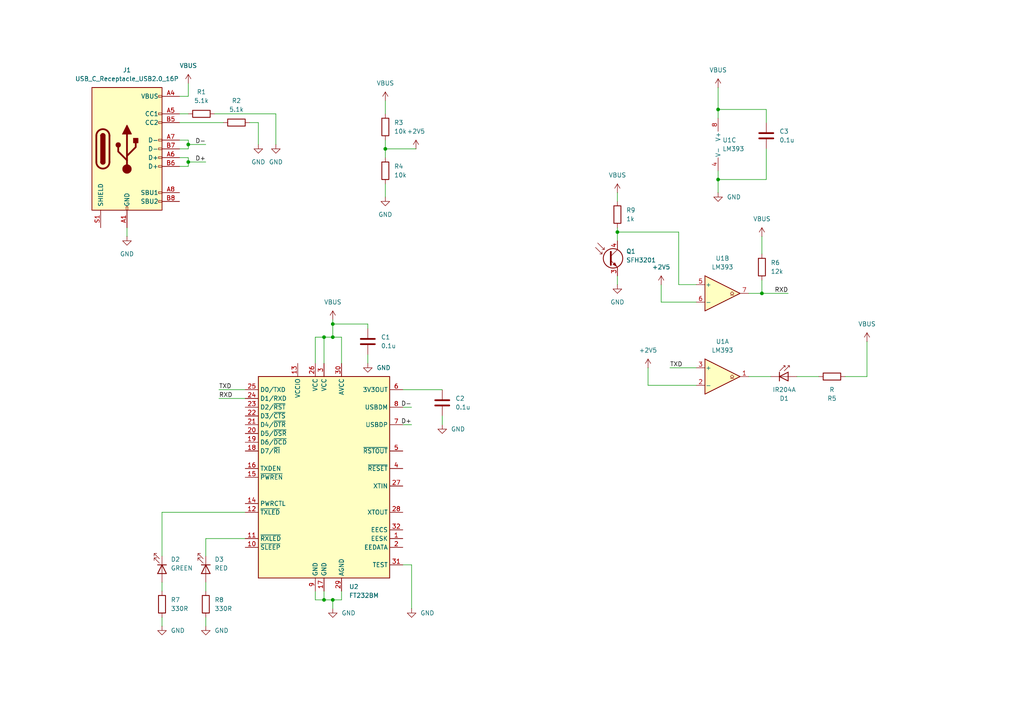
<source format=kicad_sch>
(kicad_sch (version 20231120) (generator "eeschema") (generator_version "8.0")
  (paper "A4")
  (lib_symbols
    (symbol "Comparator:LM393" (pin_names (offset 0.127))
      (property "Reference" "U" (at 3.81 3.81 0))
      (property "Value" "LM393" (at 6.35 -3.81 0))
      (symbol "LM393_1_1"
        (polyline (pts (xy -5.08 5.08) (xy 5.08 0) (xy -5.08 -5.08) (xy -5.08 5.08)) (stroke (width 0.254)) (fill (type background)))
        (polyline (pts (xy 3.302 -0.508) (xy 2.794 -0.508) (xy 3.302 0) (xy 2.794 0.508) (xy 2.286 0) (xy 2.794 -0.508) (xy 2.286 -0.508)) (stroke (width 0.127)))
        (pin open_collector line (at 7.62 0 180) (length 2.54) (name "~") (number "1"))
        (pin input line (at -7.62 -2.54 0) (length 2.54) (name "-") (number "2"))
        (pin input line (at -7.62 2.54 0) (length 2.54) (name "+") (number "3"))
      )
      (symbol "LM393_2_1"
        (polyline (pts (xy -5.08 5.08) (xy 5.08 0) (xy -5.08 -5.08) (xy -5.08 5.08)) (stroke (width 0.254)) (fill (type background)))
        (polyline (pts (xy 3.302 -0.508) (xy 2.794 -0.508) (xy 3.302 0) (xy 2.794 0.508) (xy 2.286 0) (xy 2.794 -0.508) (xy 2.286 -0.508)) (stroke (width 0.127)))
        (pin input line (at -7.62 2.54 0) (length 2.54) (name "+") (number "5"))
        (pin input line (at -7.62 -2.54 0) (length 2.54) (name "-") (number "6"))
        (pin open_collector line (at 7.62 0 180) (length 2.54) (name "~") (number "7"))
      )
      (symbol "LM393_3_1"
        (pin power_in line (at -2.54 -7.62 90) (length 3.81) (name "V-") (number "4"))
        (pin power_in line (at -2.54 7.62 270) (length 3.81) (name "V+") (number "8"))
      )
    )
    (symbol "Connector:USB_C_Receptacle_USB2.0_16P" (pin_names (offset 1.016))
      (property "Reference" "J" (at 0 22.225 0))
      (property "Value" "USB_C_Receptacle_USB2.0_16P" (at 0 19.685 0))
      (symbol "USB_C_Receptacle_USB2.0_16P_0_0"
        (rectangle (start -0.254 -17.78) (end 0.254 -16.764))
        (rectangle (start 10.16 -14.986) (end 9.144 -15.494))
        (rectangle (start 10.16 -12.446) (end 9.144 -12.954))
        (rectangle (start 10.16 -4.826) (end 9.144 -5.334))
        (rectangle (start 10.16 -2.286) (end 9.144 -2.794))
        (rectangle (start 10.16 0.254) (end 9.144 -0.254))
        (rectangle (start 10.16 2.794) (end 9.144 2.286))
        (rectangle (start 10.16 7.874) (end 9.144 7.366))
        (rectangle (start 10.16 10.414) (end 9.144 9.906))
        (rectangle (start 10.16 15.494) (end 9.144 14.986))
      )
      (symbol "USB_C_Receptacle_USB2.0_16P_0_1"
        (rectangle (start -10.16 17.78) (end 10.16 -17.78) (stroke (width 0.254)) (fill (type background)))
        (arc (start -8.89 -3.81) (mid -6.985 -5.7067) (end -5.08 -3.81) (stroke (width 0.508)))
        (arc (start -7.62 -3.81) (mid -6.985 -4.4423) (end -6.35 -3.81) (stroke (width 0.254)))
        (arc (start -7.62 -3.81) (mid -6.985 -4.4423) (end -6.35 -3.81) (stroke (width 0.254)) (fill (type outline)))
        (rectangle (start -7.62 -3.81) (end -6.35 3.81) (stroke (width 0.254)) (fill (type outline)))
        (arc (start -6.35 3.81) (mid -6.985 4.4423) (end -7.62 3.81) (stroke (width 0.254)))
        (arc (start -6.35 3.81) (mid -6.985 4.4423) (end -7.62 3.81) (stroke (width 0.254)) (fill (type outline)))
        (arc (start -5.08 3.81) (mid -6.985 5.7067) (end -8.89 3.81) (stroke (width 0.508)))
        (circle (center -2.54 1.143) (radius 0.635) (stroke (width 0.254)) (fill (type outline)))
        (circle (center 0 -5.842) (radius 1.27) (fill (type outline)))
        (polyline (pts (xy -8.89 -3.81) (xy -8.89 3.81)) (stroke (width 0.508)))
        (polyline (pts (xy -5.08 3.81) (xy -5.08 -3.81)) (stroke (width 0.508)))
        (polyline (pts (xy 0 -5.842) (xy 0 4.318)) (stroke (width 0.508)))
        (polyline (pts (xy 0 -3.302) (xy -2.54 -0.762) (xy -2.54 0.508)) (stroke (width 0.508)))
        (polyline (pts (xy 0 -2.032) (xy 2.54 0.508) (xy 2.54 1.778)) (stroke (width 0.508)))
        (polyline (pts (xy -1.27 4.318) (xy 0 6.858) (xy 1.27 4.318) (xy -1.27 4.318)) (stroke (width 0.254)) (fill (type outline)))
        (rectangle (start 1.905 1.778) (end 3.175 3.048) (stroke (width 0.254)) (fill (type outline)))
      )
      (symbol "USB_C_Receptacle_USB2.0_16P_1_1"
        (pin passive line (at 0 -22.86 90) (length 5.08) (name "GND") (number "A1"))
        (pin passive line (at 0 -22.86 90) (length 5.08) hide (name "GND") (number "A12"))
        (pin passive line (at 15.24 15.24 180) (length 5.08) (name "VBUS") (number "A4"))
        (pin bidirectional line (at 15.24 10.16 180) (length 5.08) (name "CC1") (number "A5"))
        (pin bidirectional line (at 15.24 -2.54 180) (length 5.08) (name "D+") (number "A6"))
        (pin bidirectional line (at 15.24 2.54 180) (length 5.08) (name "D-") (number "A7"))
        (pin bidirectional line (at 15.24 -12.7 180) (length 5.08) (name "SBU1") (number "A8"))
        (pin passive line (at 15.24 15.24 180) (length 5.08) hide (name "VBUS") (number "A9"))
        (pin passive line (at 0 -22.86 90) (length 5.08) hide (name "GND") (number "B1"))
        (pin passive line (at 0 -22.86 90) (length 5.08) hide (name "GND") (number "B12"))
        (pin passive line (at 15.24 15.24 180) (length 5.08) hide (name "VBUS") (number "B4"))
        (pin bidirectional line (at 15.24 7.62 180) (length 5.08) (name "CC2") (number "B5"))
        (pin bidirectional line (at 15.24 -5.08 180) (length 5.08) (name "D+") (number "B6"))
        (pin bidirectional line (at 15.24 0 180) (length 5.08) (name "D-") (number "B7"))
        (pin bidirectional line (at 15.24 -15.24 180) (length 5.08) (name "SBU2") (number "B8"))
        (pin passive line (at 15.24 15.24 180) (length 5.08) hide (name "VBUS") (number "B9"))
        (pin passive line (at -7.62 -22.86 90) (length 5.08) (name "SHIELD") (number "S1"))
      )
    )
    (symbol "Device:C" (pin_numbers hide) (pin_names (offset 0.254))
      (property "Reference" "C" (at 0.635 2.54 0))
      (property "Value" "C" (at 0.635 -2.54 0))
      (symbol "C_0_1"
        (polyline (pts (xy -2.032 -0.762) (xy 2.032 -0.762)) (stroke (width 0.508)))
        (polyline (pts (xy -2.032 0.762) (xy 2.032 0.762)) (stroke (width 0.508)))
      )
      (symbol "C_1_1"
        (pin passive line (at 0 3.81 270) (length 2.794) (name "~") (number "1"))
        (pin passive line (at 0 -3.81 90) (length 2.794) (name "~") (number "2"))
      )
    )
    (symbol "Device:LED" (pin_numbers hide) (pin_names (offset 1.016) hide)
      (property "Reference" "D" (at 0 2.54 0))
      (property "Value" "LED" (at 0 -2.54 0))
      (symbol "LED_0_1"
        (polyline (pts (xy -1.27 -1.27) (xy -1.27 1.27)) (stroke (width 0.254)))
        (polyline (pts (xy -1.27 0) (xy 1.27 0)))
        (polyline (pts (xy 1.27 -1.27) (xy 1.27 1.27) (xy -1.27 0) (xy 1.27 -1.27)) (stroke (width 0.254)))
        (polyline (pts (xy -3.048 -0.762) (xy -4.572 -2.286) (xy -3.81 -2.286) (xy -4.572 -2.286) (xy -4.572 -1.524)))
        (polyline (pts (xy -1.778 -0.762) (xy -3.302 -2.286) (xy -2.54 -2.286) (xy -3.302 -2.286) (xy -3.302 -1.524)))
      )
      (symbol "LED_1_1"
        (pin passive line (at -3.81 0 0) (length 2.54) (name "K") (number "1"))
        (pin passive line (at 3.81 0 180) (length 2.54) (name "A") (number "2"))
      )
    )
    (symbol "Device:R" (pin_numbers hide) (pin_names (offset 0))
      (property "Reference" "R" (at 2.032 0 90))
      (property "Value" "R" (at 0 0 90))
      (symbol "R_0_1"
        (rectangle (start -1.016 -2.54) (end 1.016 2.54) (stroke (width 0.254)))
      )
      (symbol "R_1_1"
        (pin passive line (at 0 3.81 270) (length 1.27) (name "~") (number "1"))
        (pin passive line (at 0 -3.81 90) (length 1.27) (name "~") (number "2"))
      )
    )
    (symbol "Interface_USB:FT232BM"
      (property "Reference" "U" (at -19.05 30.48 0))
      (property "Value" "FT232BM" (at 11.43 30.48 0))
      (symbol "FT232BM_0_1"
        (rectangle (start -19.05 29.21) (end 19.05 -29.21) (stroke (width 0.254)) (fill (type background)))
      )
      (symbol "FT232BM_1_1"
        (pin output line (at 22.86 -17.78 180) (length 3.81) (name "EESK") (number "1"))
        (pin output line (at -22.86 -20.32 0) (length 3.81) (name "~{SLEEP}") (number "10"))
        (pin open_collector line (at -22.86 -17.78 0) (length 3.81) (name "~{RXLED}") (number "11"))
        (pin open_collector line (at -22.86 -10.16 0) (length 3.81) (name "~{TXLED}") (number "12"))
        (pin power_in line (at -7.62 33.02 270) (length 3.81) (name "VCCIO") (number "13"))
        (pin input line (at -22.86 -7.62 0) (length 3.81) (name "PWRCTL") (number "14"))
        (pin output line (at -22.86 0 0) (length 3.81) (name "~{PWREN}") (number "15"))
        (pin output line (at -22.86 2.54 0) (length 3.81) (name "TXDEN") (number "16"))
        (pin power_in line (at 0 -33.02 90) (length 3.81) (name "GND") (number "17"))
        (pin bidirectional line (at -22.86 7.62 0) (length 3.81) (name "D7/~{RI}") (number "18"))
        (pin bidirectional line (at -22.86 10.16 0) (length 3.81) (name "D6/~{DCD}") (number "19"))
        (pin bidirectional line (at 22.86 -20.32 180) (length 3.81) (name "EEDATA") (number "2"))
        (pin bidirectional line (at -22.86 12.7 0) (length 3.81) (name "D5/~{DSR}") (number "20"))
        (pin bidirectional line (at -22.86 15.24 0) (length 3.81) (name "D4/~{DTR}") (number "21"))
        (pin bidirectional line (at -22.86 17.78 0) (length 3.81) (name "D3/~{CTS}") (number "22"))
        (pin bidirectional line (at -22.86 20.32 0) (length 3.81) (name "D2/~{RST}") (number "23"))
        (pin bidirectional line (at -22.86 22.86 0) (length 3.81) (name "D1/RXD") (number "24"))
        (pin bidirectional line (at -22.86 25.4 0) (length 3.81) (name "D0/TXD") (number "25"))
        (pin power_in line (at -2.54 33.02 270) (length 3.81) (name "VCC") (number "26"))
        (pin input line (at 22.86 -2.54 180) (length 3.81) (name "XTIN") (number "27"))
        (pin output line (at 22.86 -10.16 180) (length 3.81) (name "XTOUT") (number "28"))
        (pin power_in line (at 5.08 -33.02 90) (length 3.81) (name "AGND") (number "29"))
        (pin power_in line (at 0 33.02 270) (length 3.81) (name "VCC") (number "3"))
        (pin power_in line (at 5.08 33.02 270) (length 3.81) (name "AVCC") (number "30"))
        (pin input line (at 22.86 -25.4 180) (length 3.81) (name "TEST") (number "31"))
        (pin bidirectional line (at 22.86 -15.24 180) (length 3.81) (name "EECS") (number "32"))
        (pin input line (at 22.86 2.54 180) (length 3.81) (name "~{RESET}") (number "4"))
        (pin output line (at 22.86 7.62 180) (length 3.81) (name "~{RSTOUT}") (number "5"))
        (pin power_out line (at 22.86 25.4 180) (length 3.81) (name "3V3OUT") (number "6"))
        (pin bidirectional line (at 22.86 15.24 180) (length 3.81) (name "USBDP") (number "7"))
        (pin bidirectional line (at 22.86 20.32 180) (length 3.81) (name "USBDM") (number "8"))
        (pin power_in line (at -2.54 -33.02 90) (length 3.81) (name "GND") (number "9"))
      )
    )
    (symbol "LED:IR204A" (pin_numbers hide) (pin_names (offset 1.016) hide)
      (property "Reference" "D" (at 0.508 1.778 0))
      (property "Value" "IR204A" (at -1.016 -2.794 0))
      (symbol "IR204A_0_1"
        (polyline (pts (xy -2.54 1.27) (xy -2.54 -1.27)) (stroke (width 0.254)))
        (polyline (pts (xy 0 0) (xy -2.54 0)))
        (polyline (pts (xy 0.381 3.175) (xy -0.127 3.175)))
        (polyline (pts (xy -1.143 1.651) (xy 0.381 3.175) (xy 0.381 2.667)))
        (polyline (pts (xy 0 1.27) (xy -2.54 0) (xy 0 -1.27) (xy 0 1.27)) (stroke (width 0.254)))
        (polyline (pts (xy -2.413 1.651) (xy -0.889 3.175) (xy -0.889 2.667) (xy -0.889 3.175) (xy -1.397 3.175)))
      )
      (symbol "IR204A_1_1"
        (pin passive line (at -5.08 0 0) (length 2.54) (name "K") (number "1"))
        (pin passive line (at 2.54 0 180) (length 2.54) (name "A") (number "2"))
      )
    )
    (symbol "Sensor_Optical:SFH3201" (pin_names hide)
      (property "Reference" "Q" (at 2.54 1.27 0))
      (property "Value" "SFH3201" (at 2.54 -1.27 0))
      (symbol "SFH3201_0_1"
        (circle (center -1.27 0) (radius 2.8194) (stroke (width 0.254)))
        (polyline (pts (xy -4.445 1.27) (xy -5.08 1.27)))
        (polyline (pts (xy -3.81 2.54) (xy -4.445 2.54)))
        (polyline (pts (xy -1.905 0.635) (xy 0 2.54)))
        (polyline (pts (xy -6.35 3.175) (xy -4.445 1.27) (xy -4.445 1.905)))
        (polyline (pts (xy -5.715 4.445) (xy -3.81 2.54) (xy -3.81 3.175)))
        (polyline (pts (xy -1.905 -0.635) (xy 0 -2.54) (xy 0 -2.54)))
        (polyline (pts (xy -1.905 1.905) (xy -1.905 -1.905) (xy -1.905 -1.905)) (stroke (width 0.508)))
        (polyline (pts (xy -1.27 -1.778) (xy -0.762 -1.27) (xy -0.254 -2.286) (xy -1.27 -1.778) (xy -1.27 -1.778)) (fill (type outline)))
      )
      (symbol "SFH3201_1_1"
        (pin passive line (at 0 -5.08 90) (length 2.54) (name "E") (number "3"))
        (pin passive line (at 0 5.08 270) (length 2.54) (name "C") (number "4"))
      )
    )
    (symbol "power:+2V5" (power) (pin_numbers hide) (pin_names (offset 0) hide)
      (property "Value" "+2V5" (at 0 3.556 0))
      (symbol "+2V5_0_1"
        (polyline (pts (xy -0.762 1.27) (xy 0 2.54)))
        (polyline (pts (xy 0 0) (xy 0 2.54)))
        (polyline (pts (xy 0 2.54) (xy 0.762 1.27)))
      )
      (symbol "+2V5_1_1"
        (pin power_in line (at 0 0 90) (length 0) (name "~") (number "1"))
      )
    )
    (symbol "power:GND" (power) (pin_numbers hide) (pin_names (offset 0) hide)
      (property "Value" "GND" (at 0 -3.81 0))
      (symbol "GND_0_1"
        (polyline (pts (xy 0 0) (xy 0 -1.27) (xy 1.27 -1.27) (xy 0 -2.54) (xy -1.27 -1.27) (xy 0 -1.27)))
      )
      (symbol "GND_1_1"
        (pin power_in line (at 0 0 270) (length 0) (name "~") (number "1"))
      )
    )
    (symbol "power:VBUS" (power) (pin_numbers hide) (pin_names (offset 0) hide)
      (property "Value" "VBUS" (at 0 3.556 0))
      (symbol "VBUS_0_1"
        (polyline (pts (xy -0.762 1.27) (xy 0 2.54)))
        (polyline (pts (xy 0 0) (xy 0 2.54)))
        (polyline (pts (xy 0 2.54) (xy 0.762 1.27)))
      )
      (symbol "VBUS_1_1"
        (pin power_in line (at 0 0 90) (length 0) (name "~") (number "1"))
      )
    )
  )
  (junction (at 93.98 173.99))
  (junction (at 208.28 31.75))
  (junction (at 96.52 97.79))
  (junction (at 179.07 67.31))
  (junction (at 96.52 93.98))
  (junction (at 93.98 97.79))
  (junction (at 54.61 41.91))
  (junction (at 96.52 173.99))
  (junction (at 111.76 43.18))
  (junction (at 54.61 46.99))
  (junction (at 220.98 85.09))
  (junction (at 208.28 52.07))
  (wire (pts (xy 111.76 53.34) (xy 111.76 57.15)))
  (wire (pts (xy 54.61 45.72) (xy 54.61 46.99)))
  (wire (pts (xy 237.49 109.22) (xy 231.14 109.22)))
  (wire (pts (xy 191.77 82.55) (xy 191.77 87.63)))
  (wire (pts (xy 220.98 85.09) (xy 228.6 85.09)))
  (wire (pts (xy 116.84 123.19) (xy 119.38 123.19)))
  (wire (pts (xy 222.25 31.75) (xy 222.25 35.56)))
  (wire (pts (xy 72.39 35.56) (xy 74.93 35.56)))
  (wire (pts (xy 111.76 43.18) (xy 111.76 45.72)))
  (wire (pts (xy 116.84 118.11) (xy 119.38 118.11)))
  (wire (pts (xy 128.27 120.65) (xy 128.27 123.19)))
  (wire (pts (xy 179.07 67.31) (xy 179.07 69.85)))
  (wire (pts (xy 91.44 171.45) (xy 91.44 173.99)))
  (wire (pts (xy 36.83 66.04) (xy 36.83 68.58)))
  (wire (pts (xy 62.23 33.02) (xy 80.01 33.02)))
  (wire (pts (xy 52.07 27.94) (xy 54.61 27.94)))
  (wire (pts (xy 52.07 35.56) (xy 64.77 35.56)))
  (wire (pts (xy 196.85 82.55) (xy 201.93 82.55)))
  (wire (pts (xy 217.17 85.09) (xy 220.98 85.09)))
  (wire (pts (xy 93.98 171.45) (xy 93.98 173.99)))
  (wire (pts (xy 96.52 92.71) (xy 96.52 93.98)))
  (wire (pts (xy 52.07 45.72) (xy 54.61 45.72)))
  (wire (pts (xy 96.52 173.99) (xy 96.52 176.53)))
  (wire (pts (xy 106.68 95.25) (xy 106.68 93.98)))
  (wire (pts (xy 59.69 156.21) (xy 71.12 156.21)))
  (wire (pts (xy 196.85 67.31) (xy 196.85 82.55)))
  (wire (pts (xy 93.98 97.79) (xy 96.52 97.79)))
  (wire (pts (xy 179.07 80.01) (xy 179.07 82.55)))
  (wire (pts (xy 99.06 171.45) (xy 99.06 173.99)))
  (wire (pts (xy 208.28 31.75) (xy 208.28 34.29)))
  (wire (pts (xy 208.28 31.75) (xy 222.25 31.75)))
  (wire (pts (xy 187.96 111.76) (xy 201.93 111.76)))
  (wire (pts (xy 96.52 93.98) (xy 96.52 97.79)))
  (wire (pts (xy 96.52 93.98) (xy 106.68 93.98)))
  (wire (pts (xy 220.98 68.58) (xy 220.98 73.66)))
  (wire (pts (xy 111.76 40.64) (xy 111.76 43.18)))
  (wire (pts (xy 208.28 52.07) (xy 208.28 55.88)))
  (wire (pts (xy 54.61 40.64) (xy 54.61 41.91)))
  (wire (pts (xy 54.61 46.99) (xy 59.69 46.99)))
  (wire (pts (xy 54.61 41.91) (xy 54.61 43.18)))
  (wire (pts (xy 91.44 97.79) (xy 93.98 97.79)))
  (wire (pts (xy 96.52 173.99) (xy 99.06 173.99)))
  (wire (pts (xy 251.46 109.22) (xy 245.11 109.22)))
  (wire (pts (xy 223.52 109.22) (xy 217.17 109.22)))
  (wire (pts (xy 52.07 40.64) (xy 54.61 40.64)))
  (wire (pts (xy 119.38 163.83) (xy 119.38 176.53)))
  (wire (pts (xy 59.69 168.91) (xy 59.69 171.45)))
  (wire (pts (xy 46.99 179.07) (xy 46.99 181.61)))
  (wire (pts (xy 93.98 97.79) (xy 93.98 105.41)))
  (wire (pts (xy 99.06 97.79) (xy 99.06 105.41)))
  (wire (pts (xy 91.44 97.79) (xy 91.44 105.41)))
  (wire (pts (xy 59.69 156.21) (xy 59.69 161.29)))
  (wire (pts (xy 222.25 43.18) (xy 222.25 52.07)))
  (wire (pts (xy 191.77 87.63) (xy 201.93 87.63)))
  (wire (pts (xy 179.07 66.04) (xy 179.07 67.31)))
  (wire (pts (xy 91.44 173.99) (xy 93.98 173.99)))
  (wire (pts (xy 208.28 49.53) (xy 208.28 52.07)))
  (wire (pts (xy 179.07 67.31) (xy 196.85 67.31)))
  (wire (pts (xy 96.52 97.79) (xy 99.06 97.79)))
  (wire (pts (xy 116.84 163.83) (xy 119.38 163.83)))
  (wire (pts (xy 111.76 43.18) (xy 120.65 43.18)))
  (wire (pts (xy 194.31 106.68) (xy 201.93 106.68)))
  (wire (pts (xy 220.98 81.28) (xy 220.98 85.09)))
  (wire (pts (xy 93.98 173.99) (xy 96.52 173.99)))
  (wire (pts (xy 59.69 179.07) (xy 59.69 181.61)))
  (wire (pts (xy 46.99 168.91) (xy 46.99 171.45)))
  (wire (pts (xy 63.5 115.57) (xy 71.12 115.57)))
  (wire (pts (xy 52.07 33.02) (xy 54.61 33.02)))
  (wire (pts (xy 63.5 113.03) (xy 71.12 113.03)))
  (wire (pts (xy 54.61 27.94) (xy 54.61 24.13)))
  (wire (pts (xy 46.99 148.59) (xy 46.99 161.29)))
  (wire (pts (xy 106.68 102.87) (xy 106.68 105.41)))
  (wire (pts (xy 208.28 25.4) (xy 208.28 31.75)))
  (wire (pts (xy 80.01 33.02) (xy 80.01 41.91)))
  (wire (pts (xy 116.84 113.03) (xy 128.27 113.03)))
  (wire (pts (xy 179.07 55.88) (xy 179.07 58.42)))
  (wire (pts (xy 54.61 41.91) (xy 59.69 41.91)))
  (wire (pts (xy 74.93 35.56) (xy 74.93 41.91)))
  (wire (pts (xy 208.28 52.07) (xy 222.25 52.07)))
  (wire (pts (xy 54.61 46.99) (xy 54.61 48.26)))
  (wire (pts (xy 52.07 48.26) (xy 54.61 48.26)))
  (wire (pts (xy 111.76 29.21) (xy 111.76 33.02)))
  (wire (pts (xy 187.96 106.68) (xy 187.96 111.76)))
  (wire (pts (xy 251.46 99.06) (xy 251.46 109.22)))
  (wire (pts (xy 52.07 43.18) (xy 54.61 43.18)))
  (wire (pts (xy 46.99 148.59) (xy 71.12 148.59)))
  (label "RXD" (at 63.5 115.57 0))
  (label "D+" (at 59.69 46.99 180))
  (label "D-" (at 59.69 41.91 180))
  (label "D-" (at 119.38 118.11 180))
  (label "RXD" (at 228.6 85.09 180))
  (label "TXD" (at 194.31 106.68 0))
  (label "TXD" (at 63.5 113.03 0))
  (label "D+" (at 119.38 123.19 180))
  (symbol (lib_id "Comparator:LM393") (at 209.55 109.22 0) (unit 1)
    (property "Reference" "U1" (at 209.55 99.06 0))
    (property "Value" "LM393" (at 209.55 101.6 0))
    (property "Datasheet" "http://www.ti.com/lit/ds/symlink/lm393.pdf" (effects (hide yes)))
    (property "Description" "Low-Power, Low-Offset Voltage, Dual Comparators, DIP-8/SOIC-8/TO-99-8" (effects (hide yes)))
  )
  (symbol (lib_id "power:VBUS") (at 96.52 92.71 0) (unit 1)
    (property "Reference" "#PWR03" (effects (hide yes)))
    (property "Value" "VBUS" (at 96.52 87.63 0))
    (property "Description" "Power symbol creates a global label with name \"VBUS\"" (effects (hide yes)))
  )
  (symbol (lib_id "Comparator:LM393") (at 209.55 85.09 0) (unit 2)
    (property "Reference" "U1" (at 209.55 74.93 0))
    (property "Value" "LM393" (at 209.55 77.47 0))
    (property "Datasheet" "http://www.ti.com/lit/ds/symlink/lm393.pdf" (effects (hide yes)))
    (property "Description" "Low-Power, Low-Offset Voltage, Dual Comparators, DIP-8/SOIC-8/TO-99-8" (effects (hide yes)))
  )
  (symbol (lib_id "Comparator:LM393") (at 210.82 41.91 0) (unit 3)
    (property "Reference" "U1" (at 209.55 40.6399 0) (effects (justify left)))
    (property "Value" "LM393" (at 209.55 43.1799 0) (effects (justify left)))
    (property "Datasheet" "http://www.ti.com/lit/ds/symlink/lm393.pdf" (effects (hide yes)))
    (property "Description" "Low-Power, Low-Offset Voltage, Dual Comparators, DIP-8/SOIC-8/TO-99-8" (effects (hide yes)))
  )
  (symbol (lib_id "power:VBUS") (at 220.98 68.58 0) (unit 1)
    (property "Reference" "#PWR013" (effects (hide yes)))
    (property "Value" "VBUS" (at 220.98 63.5 0))
    (property "Description" "Power symbol creates a global label with name \"VBUS\"" (effects (hide yes)))
  )
  (symbol (lib_id "Device:C") (at 106.68 99.06 0) (unit 1)
    (property "Reference" "C1" (at 110.49 97.7899 0) (effects (justify left)))
    (property "Value" "0.1u" (at 110.49 100.3299 0) (effects (justify left)))
    (property "Footprint" "Capacitor_SMD:C_0603_1608Metric_Pad1.08x0.95mm_HandSolder" (effects (hide yes)))
    (property "Description" "Unpolarized capacitor" (effects (hide yes)))
  )
  (symbol (lib_id "Device:R") (at 179.07 62.23 0) (unit 1)
    (property "Reference" "R9" (at 181.61 60.9599 0) (effects (justify left)))
    (property "Value" "1k" (at 181.61 63.4999 0) (effects (justify left)))
    (property "Footprint" "Resistor_SMD:R_0603_1608Metric_Pad0.98x0.95mm_HandSolder" (effects (hide yes)))
    (property "Description" "Resistor" (effects (hide yes)))
  )
  (symbol (lib_id "power:GND") (at 96.52 176.53 0) (unit 1)
    (property "Reference" "#PWR017" (effects (hide yes)))
    (property "Value" "GND" (at 101.092 177.8 0))
    (property "Description" "Power symbol creates a global label with name \"GND\" , ground" (effects (hide yes)))
  )
  (symbol (lib_id "Interface_USB:FT232BM") (at 93.98 138.43 0) (unit 1)
    (property "Reference" "U2" (at 101.2541 170.18 0) (effects (justify left)))
    (property "Value" "FT232BM" (at 101.2541 172.72 0) (effects (justify left)))
    (property "Footprint" "Package_QFP:LQFP-32_7x7mm_P0.8mm" (effects (hide yes)))
    (property "Datasheet" "https://www.ftdichip.com/Support/Documents/DataSheets/ICs/DS_FT232BM.pdf" (effects (hide yes)))
    (property "Description" "Hi Speed Single Channel USB UART/FIFO, LQFP-32" (effects (hide yes)))
  )
  (symbol (lib_id "Device:C") (at 128.27 116.84 0) (unit 1)
    (property "Reference" "C2" (at 132.08 115.5699 0) (effects (justify left)))
    (property "Value" "0.1u" (at 132.08 118.1099 0) (effects (justify left)))
    (property "Footprint" "Capacitor_SMD:C_0603_1608Metric_Pad1.08x0.95mm_HandSolder" (effects (hide yes)))
    (property "Description" "Unpolarized capacitor" (effects (hide yes)))
  )
  (symbol (lib_id "power:VBUS") (at 179.07 55.88 0) (unit 1)
    (property "Reference" "#PWR022" (effects (hide yes)))
    (property "Value" "VBUS" (at 179.07 50.8 0))
    (property "Description" "Power symbol creates a global label with name \"VBUS\"" (effects (hide yes)))
  )
  (symbol (lib_id "power:GND") (at 128.27 123.19 0) (unit 1)
    (property "Reference" "#PWR05" (effects (hide yes)))
    (property "Value" "GND" (at 132.842 124.46 0))
    (property "Description" "Power symbol creates a global label with name \"GND\" , ground" (effects (hide yes)))
  )
  (symbol (lib_id "power:+2V5") (at 120.65 43.18 0) (unit 1)
    (property "Reference" "#PWR010" (effects (hide yes)))
    (property "Value" "+2V5" (at 120.65 38.1 0))
    (property "Description" "Power symbol creates a global label with name \"+2V5\"" (effects (hide yes)))
  )
  (symbol (lib_id "Device:LED") (at 46.99 165.1 270) (unit 1)
    (property "Reference" "D2" (at 49.53 162.2424 90) (effects (justify left)))
    (property "Value" "GREEN" (at 49.53 164.7824 90) (effects (justify left)))
    (property "Footprint" "LED_SMD:LED_0201_0603Metric_Pad0.64x0.40mm_HandSolder" (effects (hide yes)))
    (property "Description" "Light emitting diode" (effects (hide yes)))
  )
  (symbol (lib_id "LED:IR204A") (at 228.6 109.22 0) (unit 1)
    (property "Reference" "D1" (at 227.457 115.57 0))
    (property "Value" "IR204A" (at 227.457 113.03 0))
    (property "Footprint" "LED_THT:LED_D3.0mm_IRBlack" (effects (hide yes)))
    (property "Datasheet" "http://www.everlight.com/file/ProductFile/IR204-A.pdf" (effects (hide yes)))
    (property "Description" "Infrared LED , 3mm LED package" (effects (hide yes)))
  )
  (symbol (lib_id "Connector:USB_C_Receptacle_USB2.0_16P") (at 36.83 43.18 0) (unit 1)
    (property "Reference" "J1" (at 36.83 20.32 0))
    (property "Value" "USB_C_Receptacle_USB2.0_16P" (at 36.83 22.86 0))
    (property "Datasheet" "https://www.usb.org/sites/default/files/documents/usb_type-c.zip" (effects (hide yes)))
    (property "Description" "USB 2.0-only 16P Type-C Receptacle connector" (effects (hide yes)))
  )
  (symbol (lib_id "power:GND") (at 80.01 41.91 0) (unit 1)
    (property "Reference" "#PWR06" (effects (hide yes)))
    (property "Value" "GND" (at 80.01 46.99 0))
    (property "Description" "Power symbol creates a global label with name \"GND\" , ground" (effects (hide yes)))
  )
  (symbol (lib_id "power:VBUS") (at 54.61 24.13 0) (unit 1)
    (property "Reference" "#PWR02" (effects (hide yes)))
    (property "Value" "VBUS" (at 54.61 19.05 0))
    (property "Description" "Power symbol creates a global label with name \"VBUS\"" (effects (hide yes)))
  )
  (symbol (lib_id "Device:R") (at 111.76 36.83 0) (unit 1)
    (property "Reference" "R3" (at 114.3 35.5599 0) (effects (justify left)))
    (property "Value" "10k" (at 114.3 38.0999 0) (effects (justify left)))
    (property "Footprint" "Resistor_SMD:R_0603_1608Metric_Pad0.98x0.95mm_HandSolder" (effects (hide yes)))
    (property "Description" "Resistor" (effects (hide yes)))
  )
  (symbol (lib_id "power:VBUS") (at 111.76 29.21 0) (unit 1)
    (property "Reference" "#PWR08" (effects (hide yes)))
    (property "Value" "VBUS" (at 111.76 24.13 0))
    (property "Description" "Power symbol creates a global label with name \"VBUS\"" (effects (hide yes)))
  )
  (symbol (lib_id "Device:R") (at 59.69 175.26 0) (unit 1)
    (property "Reference" "R8" (at 62.23 173.9899 0) (effects (justify left)))
    (property "Value" "330R" (at 62.23 176.5299 0) (effects (justify left)))
    (property "Footprint" "Resistor_SMD:R_0603_1608Metric_Pad0.98x0.95mm_HandSolder" (effects (hide yes)))
    (property "Description" "Resistor" (effects (hide yes)))
  )
  (symbol (lib_id "Device:R") (at 68.58 35.56 90) (unit 1)
    (property "Reference" "R2" (at 68.58 29.21 90))
    (property "Value" "5.1k" (at 68.58 31.75 90))
    (property "Footprint" "Resistor_SMD:R_0603_1608Metric_Pad0.98x0.95mm_HandSolder" (effects (hide yes)))
    (property "Description" "Resistor" (effects (hide yes)))
  )
  (symbol (lib_id "Sensor_Optical:SFH3201") (at 179.07 74.93 0) (unit 1)
    (property "Reference" "Q1" (at 181.61 72.9106 0) (effects (justify left)))
    (property "Value" "SFH3201" (at 181.61 75.4506 0) (effects (justify left)))
    (property "Footprint" "OptoDevice:Osram_SFH9x0x" (effects (hide yes)))
    (property "Datasheet" "https://dammedia.osram.info/media/resource/hires/osram-dam-2495980/SFH%203201.pdf" (effects (hide yes)))
    (property "Description" "Silicon NPN phototransistor, SMD-6" (effects (hide yes)))
  )
  (symbol (lib_id "power:+2V5") (at 191.77 82.55 0) (unit 1)
    (property "Reference" "#PWR014" (effects (hide yes)))
    (property "Value" "+2V5" (at 191.77 77.47 0))
    (property "Description" "Power symbol creates a global label with name \"+2V5\"" (effects (hide yes)))
  )
  (symbol (lib_id "power:GND") (at 74.93 41.91 0) (unit 1)
    (property "Reference" "#PWR07" (effects (hide yes)))
    (property "Value" "GND" (at 74.93 46.99 0))
    (property "Description" "Power symbol creates a global label with name \"GND\" , ground" (effects (hide yes)))
  )
  (symbol (lib_id "Device:C") (at 222.25 39.37 0) (unit 1)
    (property "Reference" "C3" (at 226.06 38.0999 0) (effects (justify left)))
    (property "Value" "0.1u" (at 226.06 40.6399 0) (effects (justify left)))
    (property "Footprint" "Capacitor_SMD:C_0603_1608Metric_Pad1.08x0.95mm_HandSolder" (effects (hide yes)))
    (property "Description" "Unpolarized capacitor" (effects (hide yes)))
  )
  (symbol (lib_id "Device:R") (at 58.42 33.02 90) (unit 1)
    (property "Reference" "R1" (at 58.42 26.67 90))
    (property "Value" "5.1k" (at 58.42 29.21 90))
    (property "Footprint" "Resistor_SMD:R_0603_1608Metric_Pad0.98x0.95mm_HandSolder" (effects (hide yes)))
    (property "Description" "Resistor" (effects (hide yes)))
  )
  (symbol (lib_id "power:VBUS") (at 208.28 25.4 0) (unit 1)
    (property "Reference" "#PWR015" (effects (hide yes)))
    (property "Value" "VBUS" (at 208.28 20.32 0))
    (property "Description" "Power symbol creates a global label with name \"VBUS\"" (effects (hide yes)))
  )
  (symbol (lib_id "power:GND") (at 111.76 57.15 0) (unit 1)
    (property "Reference" "#PWR09" (effects (hide yes)))
    (property "Value" "GND" (at 111.76 62.23 0))
    (property "Description" "Power symbol creates a global label with name \"GND\" , ground" (effects (hide yes)))
  )
  (symbol (lib_id "power:GND") (at 179.07 82.55 0) (unit 1)
    (property "Reference" "#PWR021" (effects (hide yes)))
    (property "Value" "GND" (at 179.07 87.63 0))
    (property "Description" "Power symbol creates a global label with name \"GND\" , ground" (effects (hide yes)))
  )
  (symbol (lib_id "power:GND") (at 59.69 181.61 0) (unit 1)
    (property "Reference" "#PWR019" (effects (hide yes)))
    (property "Value" "GND" (at 64.262 182.88 0))
    (property "Description" "Power symbol creates a global label with name \"GND\" , ground" (effects (hide yes)))
  )
  (symbol (lib_id "power:GND") (at 119.38 176.53 0) (unit 1)
    (property "Reference" "#PWR018" (effects (hide yes)))
    (property "Value" "GND" (at 123.952 177.8 0))
    (property "Description" "Power symbol creates a global label with name \"GND\" , ground" (effects (hide yes)))
  )
  (symbol (lib_id "power:GND") (at 46.99 181.61 0) (unit 1)
    (property "Reference" "#PWR020" (effects (hide yes)))
    (property "Value" "GND" (at 51.562 182.88 0))
    (property "Description" "Power symbol creates a global label with name \"GND\" , ground" (effects (hide yes)))
  )
  (symbol (lib_id "Device:R") (at 111.76 49.53 0) (unit 1)
    (property "Reference" "R4" (at 114.3 48.2599 0) (effects (justify left)))
    (property "Value" "10k" (at 114.3 50.7999 0) (effects (justify left)))
    (property "Footprint" "Resistor_SMD:R_0603_1608Metric_Pad0.98x0.95mm_HandSolder" (effects (hide yes)))
    (property "Description" "Resistor" (effects (hide yes)))
  )
  (symbol (lib_id "power:GND") (at 106.68 105.41 0) (unit 1)
    (property "Reference" "#PWR04" (effects (hide yes)))
    (property "Value" "GND" (at 111.252 106.68 0))
    (property "Description" "Power symbol creates a global label with name \"GND\" , ground" (effects (hide yes)))
  )
  (symbol (lib_id "power:+2V5") (at 187.96 106.68 0) (unit 1)
    (property "Reference" "#PWR011" (effects (hide yes)))
    (property "Value" "+2V5" (at 187.96 101.6 0))
    (property "Description" "Power symbol creates a global label with name \"+2V5\"" (effects (hide yes)))
  )
  (symbol (lib_id "Device:R") (at 220.98 77.47 0) (unit 1)
    (property "Reference" "R6" (at 223.52 76.1999 0) (effects (justify left)))
    (property "Value" "12k" (at 223.52 78.7399 0) (effects (justify left)))
    (property "Footprint" "Resistor_SMD:R_0603_1608Metric_Pad0.98x0.95mm_HandSolder" (effects (hide yes)))
    (property "Description" "Resistor" (effects (hide yes)))
  )
  (symbol (lib_id "Device:R") (at 241.3 109.22 270) (unit 1)
    (property "Reference" "R5" (at 241.3 115.57 90))
    (property "Value" "R" (at 241.3 113.03 90))
    (property "Footprint" "Resistor_SMD:R_0603_1608Metric_Pad0.98x0.95mm_HandSolder" (effects (hide yes)))
    (property "Description" "Resistor" (effects (hide yes)))
  )
  (symbol (lib_id "power:GND") (at 36.83 68.58 0) (unit 1)
    (property "Reference" "#PWR01" (effects (hide yes)))
    (property "Value" "GND" (at 36.83 73.66 0))
    (property "Description" "Power symbol creates a global label with name \"GND\" , ground" (effects (hide yes)))
  )
  (symbol (lib_id "power:GND") (at 208.28 55.88 0) (unit 1)
    (property "Reference" "#PWR016" (effects (hide yes)))
    (property "Value" "GND" (at 212.852 57.15 0))
    (property "Description" "Power symbol creates a global label with name \"GND\" , ground" (effects (hide yes)))
  )
  (symbol (lib_id "power:VBUS") (at 251.46 99.06 0) (unit 1)
    (property "Reference" "#PWR012" (effects (hide yes)))
    (property "Value" "VBUS" (at 251.46 93.98 0))
    (property "Description" "Power symbol creates a global label with name \"VBUS\"" (effects (hide yes)))
  )
  (symbol (lib_id "Device:LED") (at 59.69 165.1 270) (unit 1)
    (property "Reference" "D3" (at 62.23 162.2424 90) (effects (justify left)))
    (property "Value" "RED" (at 62.23 164.7824 90) (effects (justify left)))
    (property "Footprint" "LED_SMD:LED_0201_0603Metric_Pad0.64x0.40mm_HandSolder" (effects (hide yes)))
    (property "Description" "Light emitting diode" (effects (hide yes)))
  )
  (symbol (lib_id "Device:R") (at 46.99 175.26 0) (unit 1)
    (property "Reference" "R7" (at 49.53 173.9899 0) (effects (justify left)))
    (property "Value" "330R" (at 49.53 176.5299 0) (effects (justify left)))
    (property "Footprint" "Resistor_SMD:R_0603_1608Metric_Pad0.98x0.95mm_HandSolder" (effects (hide yes)))
    (property "Description" "Resistor" (effects (hide yes)))
  )
)
</source>
